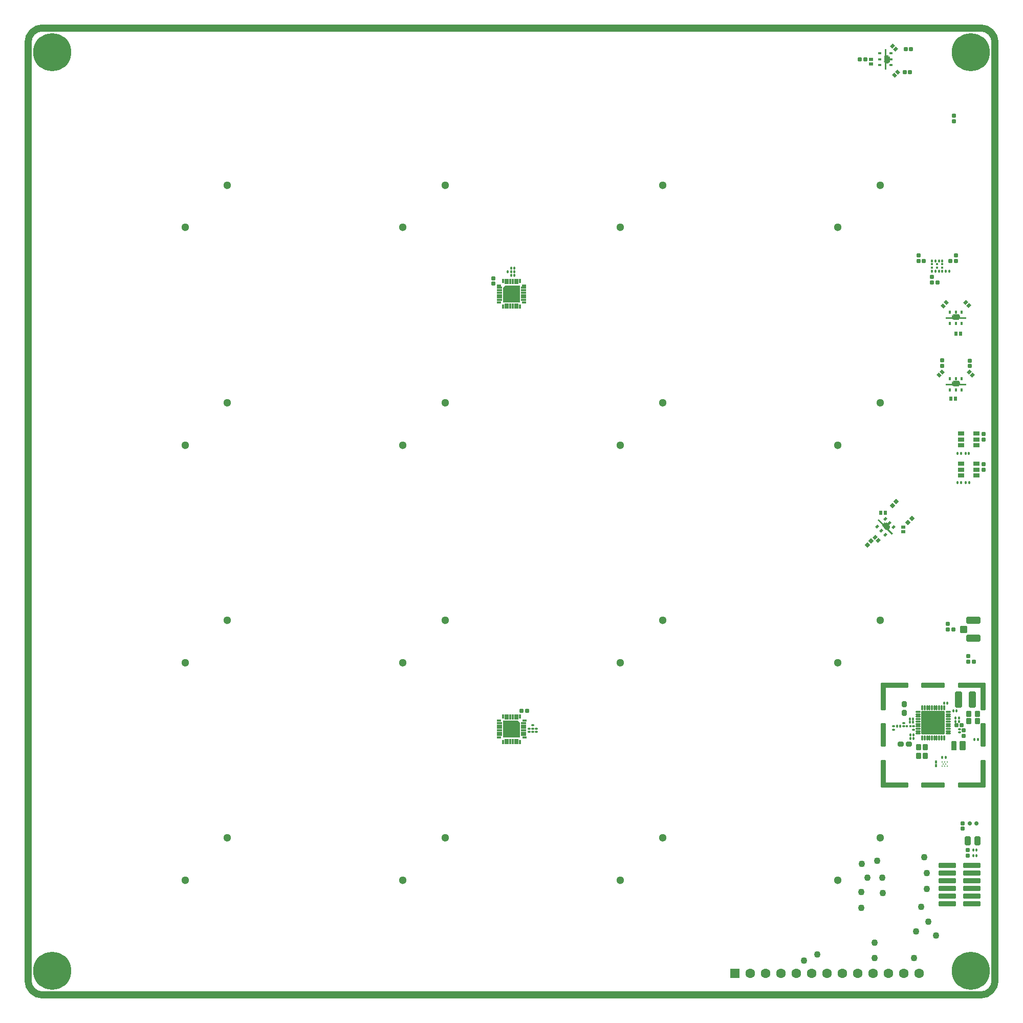
<source format=gbs>
G04 Layer_Color=16711935*
%FSLAX25Y25*%
%MOIN*%
G70*
G01*
G75*
%ADD15C,0.05118*%
%ADD23C,0.00394*%
%ADD76C,0.04724*%
%ADD77C,0.24810*%
%ADD78C,0.06306*%
G04:AMPARAMS|DCode=79|XSize=63.06mil|YSize=63.06mil|CornerRadius=4.95mil|HoleSize=0mil|Usage=FLASHONLY|Rotation=0.000|XOffset=0mil|YOffset=0mil|HoleType=Round|Shape=RoundedRectangle|*
%AMROUNDEDRECTD79*
21,1,0.06306,0.05315,0,0,0.0*
21,1,0.05315,0.06306,0,0,0.0*
1,1,0.00991,0.02658,-0.02658*
1,1,0.00991,-0.02658,-0.02658*
1,1,0.00991,-0.02658,0.02658*
1,1,0.00991,0.02658,0.02658*
%
%ADD79ROUNDEDRECTD79*%
G04:AMPARAMS|DCode=80|XSize=27.62mil|YSize=27.62mil|CornerRadius=4.36mil|HoleSize=0mil|Usage=FLASHONLY|Rotation=270.000|XOffset=0mil|YOffset=0mil|HoleType=Round|Shape=RoundedRectangle|*
%AMROUNDEDRECTD80*
21,1,0.02762,0.01890,0,0,270.0*
21,1,0.01890,0.02762,0,0,270.0*
1,1,0.00872,-0.00945,-0.00945*
1,1,0.00872,-0.00945,0.00945*
1,1,0.00872,0.00945,0.00945*
1,1,0.00872,0.00945,-0.00945*
%
%ADD80ROUNDEDRECTD80*%
G04:AMPARAMS|DCode=81|XSize=27.62mil|YSize=27.62mil|CornerRadius=4.36mil|HoleSize=0mil|Usage=FLASHONLY|Rotation=180.000|XOffset=0mil|YOffset=0mil|HoleType=Round|Shape=RoundedRectangle|*
%AMROUNDEDRECTD81*
21,1,0.02762,0.01890,0,0,180.0*
21,1,0.01890,0.02762,0,0,180.0*
1,1,0.00872,-0.00945,0.00945*
1,1,0.00872,0.00945,0.00945*
1,1,0.00872,0.00945,-0.00945*
1,1,0.00872,-0.00945,-0.00945*
%
%ADD81ROUNDEDRECTD81*%
G04:AMPARAMS|DCode=82|XSize=23.69mil|YSize=23.69mil|CornerRadius=4.46mil|HoleSize=0mil|Usage=FLASHONLY|Rotation=180.000|XOffset=0mil|YOffset=0mil|HoleType=Round|Shape=RoundedRectangle|*
%AMROUNDEDRECTD82*
21,1,0.02369,0.01476,0,0,180.0*
21,1,0.01476,0.02369,0,0,180.0*
1,1,0.00892,-0.00738,0.00738*
1,1,0.00892,0.00738,0.00738*
1,1,0.00892,0.00738,-0.00738*
1,1,0.00892,-0.00738,-0.00738*
%
%ADD82ROUNDEDRECTD82*%
G04:AMPARAMS|DCode=83|XSize=27.62mil|YSize=22.5mil|CornerRadius=3.85mil|HoleSize=0mil|Usage=FLASHONLY|Rotation=315.000|XOffset=0mil|YOffset=0mil|HoleType=Round|Shape=RoundedRectangle|*
%AMROUNDEDRECTD83*
21,1,0.02762,0.01480,0,0,315.0*
21,1,0.01992,0.02250,0,0,315.0*
1,1,0.00770,0.00181,-0.01228*
1,1,0.00770,-0.01228,0.00181*
1,1,0.00770,-0.00181,0.01228*
1,1,0.00770,0.01228,-0.00181*
%
%ADD83ROUNDEDRECTD83*%
G04:AMPARAMS|DCode=84|XSize=27.62mil|YSize=22.5mil|CornerRadius=3.85mil|HoleSize=0mil|Usage=FLASHONLY|Rotation=225.000|XOffset=0mil|YOffset=0mil|HoleType=Round|Shape=RoundedRectangle|*
%AMROUNDEDRECTD84*
21,1,0.02762,0.01480,0,0,225.0*
21,1,0.01992,0.02250,0,0,225.0*
1,1,0.00770,-0.01228,-0.00181*
1,1,0.00770,0.00181,0.01228*
1,1,0.00770,0.01228,0.00181*
1,1,0.00770,-0.00181,-0.01228*
%
%ADD84ROUNDEDRECTD84*%
G04:AMPARAMS|DCode=85|XSize=27.62mil|YSize=22.5mil|CornerRadius=3.85mil|HoleSize=0mil|Usage=FLASHONLY|Rotation=0.000|XOffset=0mil|YOffset=0mil|HoleType=Round|Shape=RoundedRectangle|*
%AMROUNDEDRECTD85*
21,1,0.02762,0.01480,0,0,0.0*
21,1,0.01992,0.02250,0,0,0.0*
1,1,0.00770,0.00996,-0.00740*
1,1,0.00770,-0.00996,-0.00740*
1,1,0.00770,-0.00996,0.00740*
1,1,0.00770,0.00996,0.00740*
%
%ADD85ROUNDEDRECTD85*%
G04:AMPARAMS|DCode=86|XSize=23.69mil|YSize=27.62mil|CornerRadius=3.97mil|HoleSize=0mil|Usage=FLASHONLY|Rotation=270.000|XOffset=0mil|YOffset=0mil|HoleType=Round|Shape=RoundedRectangle|*
%AMROUNDEDRECTD86*
21,1,0.02369,0.01969,0,0,270.0*
21,1,0.01575,0.02762,0,0,270.0*
1,1,0.00794,-0.00984,-0.00787*
1,1,0.00794,-0.00984,0.00787*
1,1,0.00794,0.00984,0.00787*
1,1,0.00794,0.00984,-0.00787*
%
%ADD86ROUNDEDRECTD86*%
G04:AMPARAMS|DCode=87|XSize=16.21mil|YSize=17.39mil|CornerRadius=5.17mil|HoleSize=0mil|Usage=FLASHONLY|Rotation=90.000|XOffset=0mil|YOffset=0mil|HoleType=Round|Shape=RoundedRectangle|*
%AMROUNDEDRECTD87*
21,1,0.01621,0.00704,0,0,90.0*
21,1,0.00586,0.01739,0,0,90.0*
1,1,0.01035,0.00352,0.00293*
1,1,0.01035,0.00352,-0.00293*
1,1,0.01035,-0.00352,-0.00293*
1,1,0.01035,-0.00352,0.00293*
%
%ADD87ROUNDEDRECTD87*%
G04:AMPARAMS|DCode=88|XSize=16.21mil|YSize=17.39mil|CornerRadius=5.17mil|HoleSize=0mil|Usage=FLASHONLY|Rotation=180.000|XOffset=0mil|YOffset=0mil|HoleType=Round|Shape=RoundedRectangle|*
%AMROUNDEDRECTD88*
21,1,0.01621,0.00704,0,0,180.0*
21,1,0.00586,0.01739,0,0,180.0*
1,1,0.01035,-0.00293,0.00352*
1,1,0.01035,0.00293,0.00352*
1,1,0.01035,0.00293,-0.00352*
1,1,0.01035,-0.00293,-0.00352*
%
%ADD88ROUNDEDRECTD88*%
G04:AMPARAMS|DCode=89|XSize=27.62mil|YSize=22.5mil|CornerRadius=3.85mil|HoleSize=0mil|Usage=FLASHONLY|Rotation=270.000|XOffset=0mil|YOffset=0mil|HoleType=Round|Shape=RoundedRectangle|*
%AMROUNDEDRECTD89*
21,1,0.02762,0.01480,0,0,270.0*
21,1,0.01992,0.02250,0,0,270.0*
1,1,0.00770,-0.00740,-0.00996*
1,1,0.00770,-0.00740,0.00996*
1,1,0.00770,0.00740,0.00996*
1,1,0.00770,0.00740,-0.00996*
%
%ADD89ROUNDEDRECTD89*%
G04:AMPARAMS|DCode=90|XSize=23.69mil|YSize=27.62mil|CornerRadius=3.97mil|HoleSize=0mil|Usage=FLASHONLY|Rotation=180.000|XOffset=0mil|YOffset=0mil|HoleType=Round|Shape=RoundedRectangle|*
%AMROUNDEDRECTD90*
21,1,0.02369,0.01969,0,0,180.0*
21,1,0.01575,0.02762,0,0,180.0*
1,1,0.00794,-0.00787,0.00984*
1,1,0.00794,0.00787,0.00984*
1,1,0.00794,0.00787,-0.00984*
1,1,0.00794,-0.00787,-0.00984*
%
%ADD90ROUNDEDRECTD90*%
G04:AMPARAMS|DCode=91|XSize=23.69mil|YSize=27.62mil|CornerRadius=3.97mil|HoleSize=0mil|Usage=FLASHONLY|Rotation=315.000|XOffset=0mil|YOffset=0mil|HoleType=Round|Shape=RoundedRectangle|*
%AMROUNDEDRECTD91*
21,1,0.02369,0.01969,0,0,315.0*
21,1,0.01575,0.02762,0,0,315.0*
1,1,0.00794,-0.00139,-0.01253*
1,1,0.00794,-0.01253,-0.00139*
1,1,0.00794,0.00139,0.01253*
1,1,0.00794,0.01253,0.00139*
%
%ADD91ROUNDEDRECTD91*%
%ADD92C,0.04337*%
G04:AMPARAMS|DCode=93|XSize=45.34mil|YSize=92.58mil|CornerRadius=6.13mil|HoleSize=0mil|Usage=FLASHONLY|Rotation=90.000|XOffset=0mil|YOffset=0mil|HoleType=Round|Shape=RoundedRectangle|*
%AMROUNDEDRECTD93*
21,1,0.04534,0.08032,0,0,90.0*
21,1,0.03307,0.09258,0,0,90.0*
1,1,0.01227,0.04016,0.01654*
1,1,0.01227,0.04016,-0.01654*
1,1,0.01227,-0.04016,-0.01654*
1,1,0.01227,-0.04016,0.01654*
%
%ADD93ROUNDEDRECTD93*%
G04:AMPARAMS|DCode=94|XSize=45.34mil|YSize=47.31mil|CornerRadius=6.13mil|HoleSize=0mil|Usage=FLASHONLY|Rotation=90.000|XOffset=0mil|YOffset=0mil|HoleType=Round|Shape=RoundedRectangle|*
%AMROUNDEDRECTD94*
21,1,0.04534,0.03504,0,0,90.0*
21,1,0.03307,0.04731,0,0,90.0*
1,1,0.01227,0.01752,0.01654*
1,1,0.01227,0.01752,-0.01654*
1,1,0.01227,-0.01752,-0.01654*
1,1,0.01227,-0.01752,0.01654*
%
%ADD94ROUNDEDRECTD94*%
G04:AMPARAMS|DCode=95|XSize=33.07mil|YSize=12.6mil|CornerRadius=2.4mil|HoleSize=0mil|Usage=FLASHONLY|Rotation=90.000|XOffset=0mil|YOffset=0mil|HoleType=Round|Shape=RoundedRectangle|*
%AMROUNDEDRECTD95*
21,1,0.03307,0.00780,0,0,90.0*
21,1,0.02827,0.01260,0,0,90.0*
1,1,0.00480,0.00390,0.01413*
1,1,0.00480,0.00390,-0.01413*
1,1,0.00480,-0.00390,-0.01413*
1,1,0.00480,-0.00390,0.01413*
%
%ADD95ROUNDEDRECTD95*%
G04:AMPARAMS|DCode=96|XSize=33.07mil|YSize=12.6mil|CornerRadius=2.4mil|HoleSize=0mil|Usage=FLASHONLY|Rotation=0.000|XOffset=0mil|YOffset=0mil|HoleType=Round|Shape=RoundedRectangle|*
%AMROUNDEDRECTD96*
21,1,0.03307,0.00780,0,0,0.0*
21,1,0.02827,0.01260,0,0,0.0*
1,1,0.00480,0.01413,-0.00390*
1,1,0.00480,-0.01413,-0.00390*
1,1,0.00480,-0.01413,0.00390*
1,1,0.00480,0.01413,0.00390*
%
%ADD96ROUNDEDRECTD96*%
G04:AMPARAMS|DCode=97|XSize=155.51mil|YSize=155.51mil|CornerRadius=5.76mil|HoleSize=0mil|Usage=FLASHONLY|Rotation=90.000|XOffset=0mil|YOffset=0mil|HoleType=Round|Shape=RoundedRectangle|*
%AMROUNDEDRECTD97*
21,1,0.15551,0.14400,0,0,90.0*
21,1,0.14400,0.15551,0,0,90.0*
1,1,0.01152,0.07200,0.07200*
1,1,0.01152,0.07200,-0.07200*
1,1,0.01152,-0.07200,-0.07200*
1,1,0.01152,-0.07200,0.07200*
%
%ADD97ROUNDEDRECTD97*%
G04:AMPARAMS|DCode=98|XSize=31.56mil|YSize=37.47mil|CornerRadius=5.45mil|HoleSize=0mil|Usage=FLASHONLY|Rotation=270.000|XOffset=0mil|YOffset=0mil|HoleType=Round|Shape=RoundedRectangle|*
%AMROUNDEDRECTD98*
21,1,0.03156,0.02658,0,0,270.0*
21,1,0.02067,0.03747,0,0,270.0*
1,1,0.01089,-0.01329,-0.01034*
1,1,0.01089,-0.01329,0.01034*
1,1,0.01089,0.01329,0.01034*
1,1,0.01089,0.01329,-0.01034*
%
%ADD98ROUNDEDRECTD98*%
G04:AMPARAMS|DCode=99|XSize=39.43mil|YSize=35.5mil|CornerRadius=5.15mil|HoleSize=0mil|Usage=FLASHONLY|Rotation=90.000|XOffset=0mil|YOffset=0mil|HoleType=Round|Shape=RoundedRectangle|*
%AMROUNDEDRECTD99*
21,1,0.03943,0.02520,0,0,90.0*
21,1,0.02913,0.03550,0,0,90.0*
1,1,0.01030,0.01260,0.01457*
1,1,0.01030,0.01260,-0.01457*
1,1,0.01030,-0.01260,-0.01457*
1,1,0.01030,-0.01260,0.01457*
%
%ADD99ROUNDEDRECTD99*%
G04:AMPARAMS|DCode=100|XSize=15.81mil|YSize=15.81mil|CornerRadius=2.59mil|HoleSize=0mil|Usage=FLASHONLY|Rotation=90.000|XOffset=0mil|YOffset=0mil|HoleType=Round|Shape=RoundedRectangle|*
%AMROUNDEDRECTD100*
21,1,0.01581,0.01063,0,0,90.0*
21,1,0.01063,0.01581,0,0,90.0*
1,1,0.00518,0.00532,0.00532*
1,1,0.00518,0.00532,-0.00532*
1,1,0.00518,-0.00532,-0.00532*
1,1,0.00518,-0.00532,0.00532*
%
%ADD100ROUNDEDRECTD100*%
G04:AMPARAMS|DCode=101|XSize=37.47mil|YSize=35.5mil|CornerRadius=5.94mil|HoleSize=0mil|Usage=FLASHONLY|Rotation=270.000|XOffset=0mil|YOffset=0mil|HoleType=Round|Shape=RoundedRectangle|*
%AMROUNDEDRECTD101*
21,1,0.03747,0.02362,0,0,270.0*
21,1,0.02559,0.03550,0,0,270.0*
1,1,0.01187,-0.01181,-0.01280*
1,1,0.01187,-0.01181,0.01280*
1,1,0.01187,0.01181,0.01280*
1,1,0.01187,0.01181,-0.01280*
%
%ADD101ROUNDEDRECTD101*%
G04:AMPARAMS|DCode=102|XSize=44mil|YSize=104mil|CornerRadius=7mil|HoleSize=0mil|Usage=FLASHONLY|Rotation=180.000|XOffset=0mil|YOffset=0mil|HoleType=Round|Shape=RoundedRectangle|*
%AMROUNDEDRECTD102*
21,1,0.04400,0.09000,0,0,180.0*
21,1,0.03000,0.10400,0,0,180.0*
1,1,0.01400,-0.01500,0.04500*
1,1,0.01400,0.01500,0.04500*
1,1,0.01400,0.01500,-0.04500*
1,1,0.01400,-0.01500,-0.04500*
%
%ADD102ROUNDEDRECTD102*%
G04:AMPARAMS|DCode=103|XSize=37.47mil|YSize=63.06mil|CornerRadius=6.18mil|HoleSize=0mil|Usage=FLASHONLY|Rotation=0.000|XOffset=0mil|YOffset=0mil|HoleType=Round|Shape=RoundedRectangle|*
%AMROUNDEDRECTD103*
21,1,0.03747,0.05069,0,0,0.0*
21,1,0.02510,0.06306,0,0,0.0*
1,1,0.01237,0.01255,-0.02535*
1,1,0.01237,-0.01255,-0.02535*
1,1,0.01237,-0.01255,0.02535*
1,1,0.01237,0.01255,0.02535*
%
%ADD103ROUNDEDRECTD103*%
G04:AMPARAMS|DCode=104|XSize=35.5mil|YSize=63.06mil|CornerRadius=5.94mil|HoleSize=0mil|Usage=FLASHONLY|Rotation=0.000|XOffset=0mil|YOffset=0mil|HoleType=Round|Shape=RoundedRectangle|*
%AMROUNDEDRECTD104*
21,1,0.03550,0.05118,0,0,0.0*
21,1,0.02362,0.06306,0,0,0.0*
1,1,0.01187,0.01181,-0.02559*
1,1,0.01187,-0.01181,-0.02559*
1,1,0.01187,-0.01181,0.02559*
1,1,0.01187,0.01181,0.02559*
%
%ADD104ROUNDEDRECTD104*%
G04:AMPARAMS|DCode=105|XSize=31.56mil|YSize=37.47mil|CornerRadius=5.45mil|HoleSize=0mil|Usage=FLASHONLY|Rotation=180.000|XOffset=0mil|YOffset=0mil|HoleType=Round|Shape=RoundedRectangle|*
%AMROUNDEDRECTD105*
21,1,0.03156,0.02658,0,0,180.0*
21,1,0.02067,0.03747,0,0,180.0*
1,1,0.01089,-0.01034,0.01329*
1,1,0.01089,0.01034,0.01329*
1,1,0.01089,0.01034,-0.01329*
1,1,0.01089,-0.01034,-0.01329*
%
%ADD105ROUNDEDRECTD105*%
G04:AMPARAMS|DCode=106|XSize=33.47mil|YSize=181.1mil|CornerRadius=4.92mil|HoleSize=0mil|Usage=FLASHONLY|Rotation=270.000|XOffset=0mil|YOffset=0mil|HoleType=Round|Shape=RoundedRectangle|*
%AMROUNDEDRECTD106*
21,1,0.03347,0.17126,0,0,270.0*
21,1,0.02362,0.18110,0,0,270.0*
1,1,0.00984,-0.08563,-0.01181*
1,1,0.00984,-0.08563,0.01181*
1,1,0.00984,0.08563,0.01181*
1,1,0.00984,0.08563,-0.01181*
%
%ADD106ROUNDEDRECTD106*%
G04:AMPARAMS|DCode=107|XSize=33.47mil|YSize=181.1mil|CornerRadius=4.92mil|HoleSize=0mil|Usage=FLASHONLY|Rotation=0.000|XOffset=0mil|YOffset=0mil|HoleType=Round|Shape=RoundedRectangle|*
%AMROUNDEDRECTD107*
21,1,0.03347,0.17126,0,0,0.0*
21,1,0.02362,0.18110,0,0,0.0*
1,1,0.00984,0.01181,-0.08563*
1,1,0.00984,-0.01181,-0.08563*
1,1,0.00984,-0.01181,0.08563*
1,1,0.00984,0.01181,0.08563*
%
%ADD107ROUNDEDRECTD107*%
G04:AMPARAMS|DCode=108|XSize=33.47mil|YSize=153.54mil|CornerRadius=4.92mil|HoleSize=0mil|Usage=FLASHONLY|Rotation=270.000|XOffset=0mil|YOffset=0mil|HoleType=Round|Shape=RoundedRectangle|*
%AMROUNDEDRECTD108*
21,1,0.03347,0.14370,0,0,270.0*
21,1,0.02362,0.15354,0,0,270.0*
1,1,0.00984,-0.07185,-0.01181*
1,1,0.00984,-0.07185,0.01181*
1,1,0.00984,0.07185,0.01181*
1,1,0.00984,0.07185,-0.01181*
%
%ADD108ROUNDEDRECTD108*%
G04:AMPARAMS|DCode=109|XSize=33.47mil|YSize=153.54mil|CornerRadius=4.92mil|HoleSize=0mil|Usage=FLASHONLY|Rotation=180.000|XOffset=0mil|YOffset=0mil|HoleType=Round|Shape=RoundedRectangle|*
%AMROUNDEDRECTD109*
21,1,0.03347,0.14370,0,0,180.0*
21,1,0.02362,0.15354,0,0,180.0*
1,1,0.00984,-0.01181,0.07185*
1,1,0.00984,0.01181,0.07185*
1,1,0.00984,0.01181,-0.07185*
1,1,0.00984,-0.01181,-0.07185*
%
%ADD109ROUNDEDRECTD109*%
%ADD110C,0.01127*%
G04:AMPARAMS|DCode=111|XSize=16.6mil|YSize=17.39mil|CornerRadius=3.58mil|HoleSize=0mil|Usage=FLASHONLY|Rotation=0.000|XOffset=0mil|YOffset=0mil|HoleType=Round|Shape=RoundedRectangle|*
%AMROUNDEDRECTD111*
21,1,0.01660,0.01024,0,0,0.0*
21,1,0.00945,0.01739,0,0,0.0*
1,1,0.00715,0.00472,-0.00512*
1,1,0.00715,-0.00472,-0.00512*
1,1,0.00715,-0.00472,0.00512*
1,1,0.00715,0.00472,0.00512*
%
%ADD111ROUNDEDRECTD111*%
G04:AMPARAMS|DCode=112|XSize=57.15mil|YSize=41.4mil|CornerRadius=6.68mil|HoleSize=0mil|Usage=FLASHONLY|Rotation=270.000|XOffset=0mil|YOffset=0mil|HoleType=Round|Shape=RoundedRectangle|*
%AMROUNDEDRECTD112*
21,1,0.05715,0.02805,0,0,270.0*
21,1,0.04380,0.04140,0,0,270.0*
1,1,0.01335,-0.01403,-0.02190*
1,1,0.01335,-0.01403,0.02190*
1,1,0.01335,0.01403,0.02190*
1,1,0.01335,0.01403,-0.02190*
%
%ADD112ROUNDEDRECTD112*%
G04:AMPARAMS|DCode=113|XSize=33mil|YSize=114mil|CornerRadius=9.25mil|HoleSize=0mil|Usage=FLASHONLY|Rotation=270.000|XOffset=0mil|YOffset=0mil|HoleType=Round|Shape=RoundedRectangle|*
%AMROUNDEDRECTD113*
21,1,0.03300,0.09550,0,0,270.0*
21,1,0.01450,0.11400,0,0,270.0*
1,1,0.01850,-0.04775,-0.00725*
1,1,0.01850,-0.04775,0.00725*
1,1,0.01850,0.04775,0.00725*
1,1,0.01850,0.04775,-0.00725*
%
%ADD113ROUNDEDRECTD113*%
G04:AMPARAMS|DCode=114|XSize=15.81mil|YSize=15.81mil|CornerRadius=2.59mil|HoleSize=0mil|Usage=FLASHONLY|Rotation=0.000|XOffset=0mil|YOffset=0mil|HoleType=Round|Shape=RoundedRectangle|*
%AMROUNDEDRECTD114*
21,1,0.01581,0.01063,0,0,0.0*
21,1,0.01063,0.01581,0,0,0.0*
1,1,0.00518,0.00532,-0.00532*
1,1,0.00518,-0.00532,-0.00532*
1,1,0.00518,-0.00532,0.00532*
1,1,0.00518,0.00532,0.00532*
%
%ADD114ROUNDEDRECTD114*%
%ADD115R,0.04337X0.04337*%
%ADD116R,0.02723X0.01187*%
%ADD117R,0.03392X0.01187*%
%ADD118R,0.01187X0.02723*%
%ADD119R,0.01187X0.03392*%
%ADD120R,0.04337X0.04337*%
%ADD121R,0.04337X0.03156*%
%ADD122R,0.01772X0.02134*%
G04:AMPARAMS|DCode=123|XSize=21.34mil|YSize=17.72mil|CornerRadius=0mil|HoleSize=0mil|Usage=FLASHONLY|Rotation=225.000|XOffset=0mil|YOffset=0mil|HoleType=Round|Shape=Rectangle|*
%AMROTATEDRECTD123*
4,1,4,0.00128,0.01381,0.01381,0.00128,-0.00128,-0.01381,-0.01381,-0.00128,0.00128,0.01381,0.0*
%
%ADD123ROTATEDRECTD123*%

%ADD124R,0.02134X0.01772*%
G36*
X291431Y84958D02*
X291653Y84737D01*
X291773Y84447D01*
Y84290D01*
Y83267D01*
X296064D01*
Y82086D01*
X291627D01*
X291431Y81891D01*
X291142Y81771D01*
X287756D01*
Y81771D01*
X287599D01*
X287310Y81891D01*
X287115Y82086D01*
X282678D01*
Y83267D01*
X286969D01*
Y84290D01*
X287122Y84306D01*
X287406Y84423D01*
X287624Y84640D01*
X287741Y84924D01*
X287756Y85078D01*
X290985D01*
Y85078D01*
X291142D01*
X291431Y84958D01*
D02*
G37*
G36*
X242183Y-7874D02*
X242907Y-7151D01*
X242907D01*
X242907D01*
D01*
X243026Y-7248D01*
X243310Y-7366D01*
X243617D01*
X243901Y-7248D01*
X244020Y-7151D01*
X246304Y-9434D01*
X246304Y-9434D01*
X246414Y-9545D01*
X246534Y-9834D01*
Y-10147D01*
X246414Y-10437D01*
X246304Y-10548D01*
X245580Y-11271D01*
X248614Y-14306D01*
X247779Y-15141D01*
X244641Y-12003D01*
X244365D01*
X244076Y-11883D01*
X243965Y-11772D01*
X241682Y-9489D01*
X241682D01*
Y-9489D01*
X241571Y-9378D01*
X241451Y-9089D01*
Y-8813D01*
X238314Y-5676D01*
X239149Y-4840D01*
X242183Y-7874D01*
D02*
G37*
G36*
X4135Y-136222D02*
X5513Y-137600D01*
X5513Y-147246D01*
X-5510Y-147246D01*
X-5510Y-136222D01*
X4135Y-136222D01*
D02*
G37*
G36*
X244213Y296989D02*
X245236D01*
X245251Y296835D01*
X245369Y296551D01*
X245586Y296334D01*
X245870Y296216D01*
X246024Y296201D01*
Y292972D01*
X246024D01*
Y292815D01*
X245904Y292526D01*
X245682Y292304D01*
X245393Y292185D01*
X244213D01*
Y287893D01*
X243032D01*
Y292331D01*
X242836Y292526D01*
X242717Y292815D01*
Y292972D01*
Y296201D01*
X242717D01*
Y296358D01*
X242836Y296647D01*
X243032Y296842D01*
Y301279D01*
X244213D01*
Y296989D01*
D02*
G37*
G36*
X5511Y136219D02*
X-5513Y136219D01*
X-5513Y145865D01*
X-4135Y147243D01*
X5511Y147243D01*
X5511Y136219D01*
D02*
G37*
G36*
X291432Y128267D02*
X291653Y128046D01*
X291773Y127756D01*
Y127600D01*
Y126576D01*
X296065D01*
Y125395D01*
X291627D01*
X291432Y125200D01*
X291143Y125080D01*
X287757D01*
Y125080D01*
X287600D01*
X287311Y125200D01*
X287116Y125395D01*
X282679D01*
Y126576D01*
X286969D01*
Y127600D01*
X287123Y127615D01*
X287407Y127732D01*
X287624Y127950D01*
X287741Y128233D01*
X287757Y128387D01*
X290986D01*
Y128387D01*
X291143D01*
X291432Y128267D01*
D02*
G37*
D15*
X-185039Y212598D02*
D03*
X-212598Y185039D02*
D03*
X212598Y-240158D02*
D03*
X240158Y-212598D02*
D03*
X98425D02*
D03*
X70866Y-240158D02*
D03*
X-70866D02*
D03*
X-43307Y-212598D02*
D03*
X-185039D02*
D03*
X-212598Y-240158D02*
D03*
X212598Y-98425D02*
D03*
X240158Y-70866D02*
D03*
X98425D02*
D03*
X70866Y-98425D02*
D03*
X-70866D02*
D03*
X-43307Y-70866D02*
D03*
X-185039D02*
D03*
X-212598Y-98425D02*
D03*
X212598Y43307D02*
D03*
X240158Y70866D02*
D03*
X98425D02*
D03*
X70866Y43307D02*
D03*
X-70866D02*
D03*
X-43307Y70866D02*
D03*
X-185039D02*
D03*
X-212598Y43307D02*
D03*
X212598Y185039D02*
D03*
X240158Y212598D02*
D03*
X98425D02*
D03*
X70866Y185039D02*
D03*
X-70866D02*
D03*
X-43307Y212598D02*
D03*
D23*
X290985Y81771D02*
G03*
X291773Y82558I0J787D01*
G01*
Y84290D02*
G03*
X290985Y85078I-787J0D01*
G01*
X286969Y82558D02*
G03*
X287756Y81771I787J0D01*
G01*
X286969Y84290D02*
G03*
X287756Y85078I0J787D01*
G01*
X286969Y127600D02*
G03*
X287757Y128387I0J787D01*
G01*
X286969Y125867D02*
G03*
X287757Y125080I787J0D01*
G01*
X291773Y127600D02*
G03*
X290986Y128387I-787J0D01*
G01*
Y125080D02*
G03*
X291773Y125867I0J787D01*
G01*
X243965Y-11772D02*
G03*
X245079Y-11772I557J557D01*
G01*
X246304Y-10548D02*
G03*
X246304Y-9434I-557J557D01*
G01*
X241682Y-8375D02*
G03*
X241682Y-9489I557J-557D01*
G01*
X242907Y-7151D02*
G03*
X244020Y-7151I557J557D01*
G01*
X245236Y296989D02*
G03*
X246024Y296201I787J0D01*
G01*
X243504Y296989D02*
G03*
X242717Y296201I0J-787D01*
G01*
X245236Y292185D02*
G03*
X246024Y292972I0J787D01*
G01*
X242717D02*
G03*
X243504Y292185I787J0D01*
G01*
X286969Y82558D02*
Y84290D01*
X287756Y81771D02*
X290985D01*
X291773Y82558D02*
Y84290D01*
X287756Y85078D02*
X290985D01*
X287757Y128387D02*
X290986D01*
X291773Y125867D02*
Y127600D01*
X287757Y125080D02*
X290986D01*
X286969Y125867D02*
Y127600D01*
X241682Y-8375D02*
X242907Y-7151D01*
X241682Y-9489D02*
X243965Y-11772D01*
X245079D02*
X246304Y-10548D01*
X244020Y-7151D02*
X246304Y-9434D01*
X246024Y292972D02*
Y296201D01*
X243504Y292185D02*
X245236D01*
X242717Y292972D02*
Y296201D01*
X243504Y296989D02*
X245236D01*
D76*
X314961Y305512D02*
G03*
X305512Y314961I-9449J0D01*
G01*
Y-314961D02*
G03*
X314961Y-305512I0J9449D01*
G01*
X-314961D02*
G03*
X-305512Y-314961I9449J0D01*
G01*
Y314961D02*
G03*
X-314961Y305512I0J-9449D01*
G01*
X-305512Y-314961D02*
X305512D01*
X314961Y-305512D02*
Y305512D01*
X-305512Y314961D02*
X305512D01*
X-314961Y-305512D02*
Y305512D01*
D77*
X299213Y-299213D02*
D03*
X-299213D02*
D03*
X299213Y299213D02*
D03*
X-299213D02*
D03*
D78*
X255321Y-300984D02*
D03*
X245321D02*
D03*
X235321D02*
D03*
X225321D02*
D03*
X215321D02*
D03*
X155309D02*
D03*
X265321D02*
D03*
X165309D02*
D03*
X175309D02*
D03*
X185309D02*
D03*
X195309D02*
D03*
X205309D02*
D03*
D79*
X145309D02*
D03*
D80*
X285906Y163189D02*
D03*
X289449D02*
D03*
X268582Y163189D02*
D03*
X265039D02*
D03*
X273888Y149168D02*
D03*
X277431D02*
D03*
X297525Y-97767D02*
D03*
X301068D02*
D03*
X284233Y-76761D02*
D03*
X287777D02*
D03*
D81*
X273887Y152711D02*
D03*
Y149168D02*
D03*
X289448Y166732D02*
D03*
Y163189D02*
D03*
X265039Y166732D02*
D03*
Y163189D02*
D03*
X293799Y-203051D02*
D03*
Y-206594D02*
D03*
X288091Y257776D02*
D03*
Y254233D02*
D03*
X297539Y-94193D02*
D03*
Y-97737D02*
D03*
X284233Y-76761D02*
D03*
Y-73217D02*
D03*
X297147Y-224160D02*
D03*
Y-220617D02*
D03*
D82*
X302756Y-203051D02*
D03*
X298622D02*
D03*
D83*
X251598Y286276D02*
D03*
X249566Y284244D02*
D03*
X280544Y90780D02*
D03*
X278511Y88748D02*
D03*
X281062Y133961D02*
D03*
X283094Y135994D02*
D03*
D84*
X250192Y301100D02*
D03*
X248160Y303133D02*
D03*
X236838Y-16750D02*
D03*
X238870Y-18782D02*
D03*
X298197Y90780D02*
D03*
X300229Y88748D02*
D03*
X297960Y134240D02*
D03*
X295928Y136272D02*
D03*
D85*
X234157Y294492D02*
D03*
Y291618D02*
D03*
X254980Y-10227D02*
D03*
Y-13101D02*
D03*
D86*
X255983Y286191D02*
D03*
X259526D02*
D03*
X226974Y294586D02*
D03*
X230517Y294586D02*
D03*
X256716Y301209D02*
D03*
X260259D02*
D03*
X293210Y-139272D02*
D03*
X289667D02*
D03*
X6549Y-129958D02*
D03*
X10092D02*
D03*
D87*
X16184Y-141434D02*
D03*
Y-143599D02*
D03*
X13768Y-139297D02*
D03*
Y-141463D02*
D03*
Y-141463D02*
D03*
Y-143628D02*
D03*
X11504Y-143529D02*
D03*
Y-141364D02*
D03*
X255316Y-137817D02*
D03*
Y-139983D02*
D03*
X248820Y-139960D02*
D03*
Y-142125D02*
D03*
X261813D02*
D03*
Y-139960D02*
D03*
X291734Y-141853D02*
D03*
Y-144018D02*
D03*
D88*
X290566Y18736D02*
D03*
X292731D02*
D03*
X280512Y-160138D02*
D03*
X282677D02*
D03*
X303651Y-148369D02*
D03*
X301486D02*
D03*
X290570Y37948D02*
D03*
X292736D02*
D03*
X297854D02*
D03*
X295688D02*
D03*
X298008Y18739D02*
D03*
X295842D02*
D03*
X261911Y-145669D02*
D03*
X259746D02*
D03*
X261616Y-137325D02*
D03*
X259450D02*
D03*
X281793Y-124705D02*
D03*
X283958D02*
D03*
X253151Y-139960D02*
D03*
X250986D02*
D03*
X287698Y-129845D02*
D03*
X289864D02*
D03*
X261616Y-135160D02*
D03*
X259450D02*
D03*
X261911Y-147835D02*
D03*
X259746D02*
D03*
X289273Y-136713D02*
D03*
X291439D02*
D03*
X289273Y-134449D02*
D03*
X291439D02*
D03*
X300690Y-224160D02*
D03*
X302855D02*
D03*
X300690Y-220617D02*
D03*
X302855D02*
D03*
X1822Y153740D02*
D03*
X-343D02*
D03*
X-244Y156004D02*
D03*
X1921D02*
D03*
X-2410D02*
D03*
X-244D02*
D03*
X-260Y158338D02*
D03*
X1905D02*
D03*
X282941Y156506D02*
D03*
X285107D02*
D03*
X280579Y156506D02*
D03*
X278414Y156506D02*
D03*
X280579Y163199D02*
D03*
X278414D02*
D03*
X276052Y156506D02*
D03*
X273886D02*
D03*
X276052Y163199D02*
D03*
X273886Y163199D02*
D03*
D89*
X243503Y-739D02*
D03*
X240629D02*
D03*
X289135Y73523D02*
D03*
X286261D02*
D03*
X289466Y115964D02*
D03*
X292340D02*
D03*
D90*
X280362Y98324D02*
D03*
Y94780D02*
D03*
X298576Y98244D02*
D03*
Y94701D02*
D03*
X307396Y50477D02*
D03*
Y46934D02*
D03*
X307467Y30819D02*
D03*
Y27276D02*
D03*
X294391Y-146183D02*
D03*
Y-142640D02*
D03*
X-11761Y148389D02*
D03*
Y151932D02*
D03*
D91*
X258141Y-7187D02*
D03*
X260646Y-4681D02*
D03*
X231692Y-21763D02*
D03*
X234197Y-19257D02*
D03*
X248040Y3951D02*
D03*
X250545Y6457D02*
D03*
D92*
X227950Y-247863D02*
D03*
Y-258099D02*
D03*
X262202Y-290973D02*
D03*
X270470Y-235659D02*
D03*
Y-245895D02*
D03*
X263580Y-273454D02*
D03*
X268895Y-225225D02*
D03*
X271454Y-267351D02*
D03*
X266927Y-257509D02*
D03*
X276376Y-276210D02*
D03*
X228147Y-229359D02*
D03*
X231651Y-238690D02*
D03*
X241612Y-238532D02*
D03*
X241730Y-248454D02*
D03*
X236415Y-280934D02*
D03*
X237990Y-227469D02*
D03*
X199016Y-288531D02*
D03*
X190349Y-292450D02*
D03*
X236605Y-290974D02*
D03*
D93*
X300768Y-70855D02*
D03*
Y-82666D02*
D03*
D94*
X294469Y-76761D02*
D03*
D95*
X281695Y-147421D02*
D03*
X280120D02*
D03*
X278545D02*
D03*
X276970D02*
D03*
X275395D02*
D03*
X273820D02*
D03*
X272246D02*
D03*
X270671D02*
D03*
X269096D02*
D03*
X267521D02*
D03*
Y-127775D02*
D03*
X269096D02*
D03*
X270671D02*
D03*
X272246D02*
D03*
X273820D02*
D03*
X275395D02*
D03*
X276970D02*
D03*
X278545D02*
D03*
X280120D02*
D03*
X281695D02*
D03*
D96*
X264785Y-144685D02*
D03*
Y-143110D02*
D03*
Y-141535D02*
D03*
Y-139960D02*
D03*
Y-138385D02*
D03*
Y-136811D02*
D03*
Y-135236D02*
D03*
Y-133661D02*
D03*
Y-132086D02*
D03*
Y-130511D02*
D03*
X284431D02*
D03*
Y-132086D02*
D03*
Y-133661D02*
D03*
Y-135236D02*
D03*
Y-136811D02*
D03*
Y-138385D02*
D03*
Y-139960D02*
D03*
Y-141535D02*
D03*
Y-143110D02*
D03*
Y-144685D02*
D03*
D97*
X274608Y-137598D02*
D03*
D98*
X253348Y-151673D02*
D03*
X258860D02*
D03*
D99*
X269490Y-159153D02*
D03*
Y-153641D02*
D03*
X265159D02*
D03*
Y-159153D02*
D03*
D100*
X259746Y-139960D02*
D03*
X257383D02*
D03*
D101*
X297836Y-136439D02*
D03*
X303348D02*
D03*
X297836Y-131715D02*
D03*
X303348D02*
D03*
D102*
X300098Y-122539D02*
D03*
X291098D02*
D03*
D103*
X293899Y-152384D02*
D03*
D104*
X287994D02*
D03*
D105*
X255907Y-131102D02*
D03*
Y-125591D02*
D03*
D106*
X299706Y-178150D02*
D03*
X249509D02*
D03*
X249509Y-113189D02*
D03*
X299706D02*
D03*
D107*
X307088Y-170768D02*
D03*
X242128Y-170768D02*
D03*
Y-120571D02*
D03*
X307088Y-120571D02*
D03*
D108*
X274608Y-178150D02*
D03*
Y-113189D02*
D03*
D109*
X242128Y-145669D02*
D03*
X307088D02*
D03*
D110*
X283661Y-165847D02*
D03*
X282874Y-164469D02*
D03*
X283661Y-163091D02*
D03*
X282087Y-165847D02*
D03*
X281299Y-164469D02*
D03*
X282087Y-163091D02*
D03*
X280512Y-165847D02*
D03*
Y-163091D02*
D03*
D111*
X276476D02*
D03*
Y-165453D02*
D03*
D112*
X297146Y-214416D02*
D03*
X303445D02*
D03*
D113*
X283831Y-230361D02*
D03*
Y-235361D02*
D03*
Y-240361D02*
D03*
Y-245361D02*
D03*
Y-255361D02*
D03*
X299831D02*
D03*
Y-245361D02*
D03*
Y-240361D02*
D03*
Y-235361D02*
D03*
Y-230361D02*
D03*
Y-250361D02*
D03*
X283831D02*
D03*
D114*
X280579Y158672D02*
D03*
X280579Y161034D02*
D03*
X277233Y158672D02*
D03*
X277233Y161034D02*
D03*
X273886Y158672D02*
D03*
Y161034D02*
D03*
D115*
X-1Y141731D02*
D03*
D116*
X-8308Y147243D02*
D03*
Y136219D02*
D03*
X8307D02*
D03*
Y147243D02*
D03*
X-8305Y-136222D02*
D03*
Y-147246D02*
D03*
X8309D02*
D03*
Y-136222D02*
D03*
D117*
X-7973Y145668D02*
D03*
Y144093D02*
D03*
Y142518D02*
D03*
Y140944D02*
D03*
Y139369D02*
D03*
Y137794D02*
D03*
X7972D02*
D03*
Y139369D02*
D03*
Y140944D02*
D03*
Y142518D02*
D03*
Y144093D02*
D03*
Y145668D02*
D03*
X-7971Y-137797D02*
D03*
Y-139372D02*
D03*
Y-140946D02*
D03*
Y-142521D02*
D03*
Y-144096D02*
D03*
Y-145671D02*
D03*
X7974D02*
D03*
Y-144096D02*
D03*
Y-142521D02*
D03*
Y-140946D02*
D03*
Y-139372D02*
D03*
Y-137797D02*
D03*
D118*
X-5512Y133424D02*
D03*
X5511D02*
D03*
Y150038D02*
D03*
X-5512D02*
D03*
X5513Y-133427D02*
D03*
X-5510D02*
D03*
Y-150041D02*
D03*
X5513D02*
D03*
D119*
X-3938Y133759D02*
D03*
X-2363D02*
D03*
X-788D02*
D03*
X787D02*
D03*
X2362D02*
D03*
X3936D02*
D03*
Y149704D02*
D03*
X2362D02*
D03*
X787D02*
D03*
X-788D02*
D03*
X-2363D02*
D03*
X-3938D02*
D03*
X3939Y-133761D02*
D03*
X2364D02*
D03*
X789D02*
D03*
X-786D02*
D03*
X-2361D02*
D03*
X-3935D02*
D03*
Y-149706D02*
D03*
X-2361D02*
D03*
X-786D02*
D03*
X789D02*
D03*
X2364D02*
D03*
X3939D02*
D03*
D120*
X2Y-141734D02*
D03*
D121*
X292736Y23514D02*
D03*
Y27264D02*
D03*
Y31014D02*
D03*
X302736D02*
D03*
Y27264D02*
D03*
Y23514D02*
D03*
X292736Y43199D02*
D03*
Y46949D02*
D03*
Y50699D02*
D03*
X302736D02*
D03*
Y46949D02*
D03*
Y43199D02*
D03*
D122*
X285631Y79019D02*
D03*
X289371D02*
D03*
X293111D02*
D03*
Y86334D02*
D03*
X289371D02*
D03*
X285631D02*
D03*
X285632Y129643D02*
D03*
X289372D02*
D03*
X293112D02*
D03*
Y122328D02*
D03*
X289372D02*
D03*
X285632D02*
D03*
D123*
X238233Y-9932D02*
D03*
X240878Y-12577D02*
D03*
X243523Y-15222D02*
D03*
X248695Y-10049D02*
D03*
X246050Y-7405D02*
D03*
X243406Y-4760D02*
D03*
D124*
X247280Y298326D02*
D03*
Y294586D02*
D03*
Y290846D02*
D03*
X239965D02*
D03*
Y294586D02*
D03*
Y298326D02*
D03*
M02*

</source>
